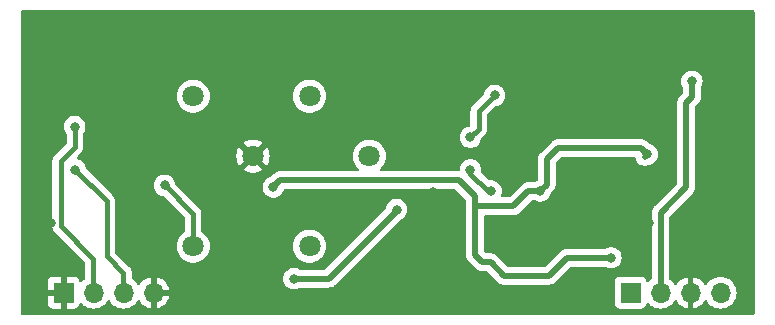
<source format=gbr>
%TF.GenerationSoftware,KiCad,Pcbnew,7.0.9*%
%TF.CreationDate,2024-10-04T13:57:53+02:00*%
%TF.ProjectId,espnow-sonda,6573706e-6f77-42d7-936f-6e64612e6b69,rev?*%
%TF.SameCoordinates,Original*%
%TF.FileFunction,Copper,L2,Bot*%
%TF.FilePolarity,Positive*%
%FSLAX46Y46*%
G04 Gerber Fmt 4.6, Leading zero omitted, Abs format (unit mm)*
G04 Created by KiCad (PCBNEW 7.0.9) date 2024-10-04 13:57:53*
%MOMM*%
%LPD*%
G01*
G04 APERTURE LIST*
%TA.AperFunction,ComponentPad*%
%ADD10R,1.700000X1.700000*%
%TD*%
%TA.AperFunction,ComponentPad*%
%ADD11O,1.700000X1.700000*%
%TD*%
%TA.AperFunction,ComponentPad*%
%ADD12C,1.800000*%
%TD*%
%TA.AperFunction,ViaPad*%
%ADD13C,0.800000*%
%TD*%
%TA.AperFunction,Conductor*%
%ADD14C,0.500000*%
%TD*%
%TA.AperFunction,Conductor*%
%ADD15C,0.400000*%
%TD*%
G04 APERTURE END LIST*
D10*
%TO.P,J2,1,Pin_1*%
%TO.N,/VCC5V*%
X98200000Y-63930000D03*
D11*
%TO.P,J2,2,Pin_2*%
%TO.N,/VEE-5V*%
X100740000Y-63930000D03*
%TO.P,J2,3,Pin_3*%
%TO.N,GND*%
X103280000Y-63930000D03*
%TO.P,J2,4,Pin_4*%
%TO.N,/VOUT*%
X105820000Y-63930000D03*
%TD*%
D10*
%TO.P,J1,1,Pin_1*%
%TO.N,GND*%
X50200000Y-63930000D03*
D11*
%TO.P,J1,2,Pin_2*%
%TO.N,/IN_P*%
X52740000Y-63930000D03*
%TO.P,J1,3,Pin_3*%
%TO.N,/IN_N*%
X55280000Y-63930000D03*
%TO.P,J1,4,Pin_4*%
%TO.N,GND*%
X57820000Y-63930000D03*
%TD*%
D12*
%TO.P,R9,1,1*%
%TO.N,Net-(R10-Pad1)*%
X61175000Y-60005000D03*
%TO.P,R9,2,2*%
%TO.N,GND*%
X66235000Y-52385000D03*
%TO.P,R9,3,3*%
%TO.N,Net-(R8-Pad1)*%
X61175000Y-47305000D03*
%TD*%
%TO.P,R2,1,1*%
%TO.N,Net-(R2-Pad1)*%
X71025000Y-60005000D03*
%TO.P,R2,2,2*%
%TO.N,Net-(R2-Pad2)*%
X76085000Y-52385000D03*
%TO.P,R2,3,3*%
%TO.N,Net-(R1-Pad2)*%
X71025000Y-47305000D03*
%TD*%
D13*
%TO.N,GND*%
X58650000Y-43130000D03*
X96275000Y-44850000D03*
X78825000Y-48375000D03*
X97200000Y-54582500D03*
X104237500Y-58580000D03*
X51150000Y-42530000D03*
X95650000Y-62430000D03*
X49100000Y-47780000D03*
X97500000Y-58050000D03*
X99875000Y-44050000D03*
X72500000Y-56730000D03*
X68700000Y-43580000D03*
X87100000Y-59630000D03*
X85550000Y-63000000D03*
X100050000Y-48650000D03*
X95650000Y-48780000D03*
X57750000Y-59650000D03*
X94400000Y-59380000D03*
X107350000Y-61330000D03*
X81500000Y-55375000D03*
X68700000Y-59530000D03*
X99750000Y-58050000D03*
X104200000Y-54500000D03*
X49100000Y-58000000D03*
X58850000Y-51730000D03*
X91520000Y-49980000D03*
X52950000Y-51730000D03*
X92550000Y-53200000D03*
X88700000Y-52500000D03*
X104400000Y-49130000D03*
X67300000Y-64280000D03*
X82650000Y-48150000D03*
X87050000Y-44030000D03*
X49050000Y-60450000D03*
X49050000Y-42650000D03*
X107250000Y-50980000D03*
X49050000Y-45300000D03*
X99600000Y-56900000D03*
X48700000Y-51980000D03*
X79250000Y-43675000D03*
X80200000Y-51930000D03*
X75500000Y-46725000D03*
X104720000Y-43555000D03*
X92750000Y-58100000D03*
X98150000Y-44950000D03*
X96550000Y-57030000D03*
X83350000Y-59430000D03*
X56600000Y-60800000D03*
%TO.N,4V8*%
X90550000Y-55330000D03*
X99600000Y-52230000D03*
X67950000Y-55000000D03*
X96550000Y-60980000D03*
%TO.N,-4V8*%
X69700000Y-62750000D03*
X78400000Y-56900000D03*
%TO.N,/VEE-5V*%
X103400000Y-46030000D03*
%TO.N,/IN_P*%
X51150000Y-49880000D03*
%TO.N,/IN_N*%
X51200000Y-53530000D03*
%TO.N,Net-(R10-Pad1)*%
X58750000Y-54855000D03*
%TO.N,Net-(U1A--)*%
X84650000Y-50780000D03*
X86700000Y-47230000D03*
%TO.N,Net-(U1B--)*%
X84650000Y-53530000D03*
X86400000Y-55330000D03*
%TD*%
D14*
%TO.N,4V8*%
X90550000Y-55330000D02*
X89550000Y-55330000D01*
X91100000Y-54780000D02*
X90550000Y-55330000D01*
X68550000Y-54400000D02*
X83650000Y-54400000D01*
X92820000Y-60980000D02*
X91300000Y-62500000D01*
X99070000Y-51700000D02*
X92050000Y-51700000D01*
X86350000Y-61350000D02*
X85650000Y-61350000D01*
X92050000Y-51700000D02*
X91100000Y-52650000D01*
X88250000Y-56630000D02*
X85100000Y-56630000D01*
X96550000Y-60980000D02*
X92820000Y-60980000D01*
X89550000Y-55330000D02*
X88250000Y-56630000D01*
X91100000Y-52650000D02*
X91100000Y-54780000D01*
X91300000Y-62500000D02*
X87500000Y-62500000D01*
X85025000Y-60725000D02*
X85025000Y-56705000D01*
X67950000Y-55000000D02*
X68550000Y-54400000D01*
X99600000Y-52230000D02*
X99390000Y-52440000D01*
X85650000Y-61350000D02*
X85025000Y-60725000D01*
X83650000Y-54400000D02*
X85025000Y-55775000D01*
X85100000Y-56630000D02*
X85025000Y-56705000D01*
X85025000Y-55775000D02*
X85025000Y-56705000D01*
X87500000Y-62500000D02*
X86350000Y-61350000D01*
X99600000Y-52230000D02*
X99070000Y-51700000D01*
%TO.N,-4V8*%
X72650000Y-62750000D02*
X69700000Y-62750000D01*
X78400000Y-56900000D02*
X78400000Y-57000000D01*
X78400000Y-57000000D02*
X72650000Y-62750000D01*
%TO.N,/VEE-5V*%
X102900000Y-55030000D02*
X100740000Y-57190000D01*
X103400000Y-46030000D02*
X103400000Y-47380000D01*
X100740000Y-57190000D02*
X100740000Y-63930000D01*
X103400000Y-47380000D02*
X102900000Y-47880000D01*
X102900000Y-53780000D02*
X102900000Y-55030000D01*
X102900000Y-47880000D02*
X102900000Y-53780000D01*
D15*
%TO.N,/IN_P*%
X52720000Y-61070000D02*
X52720000Y-63930000D01*
X49950000Y-52830000D02*
X49950000Y-58300000D01*
X51150000Y-51630000D02*
X49950000Y-52830000D01*
X49950000Y-58300000D02*
X52720000Y-61070000D01*
X51150000Y-49880000D02*
X51150000Y-51630000D01*
%TO.N,/IN_N*%
X55260000Y-62240000D02*
X55260000Y-63930000D01*
X51200000Y-53530000D02*
X51200000Y-53550000D01*
X53850000Y-56200000D02*
X53850000Y-60830000D01*
X51200000Y-53550000D02*
X53850000Y-56200000D01*
X53850000Y-60830000D02*
X55260000Y-62240000D01*
%TO.N,Net-(R10-Pad1)*%
X61175000Y-57280000D02*
X61175000Y-60005000D01*
X58750000Y-54855000D02*
X61175000Y-57280000D01*
%TO.N,Net-(U1A--)*%
X86700000Y-47230000D02*
X85350000Y-48580000D01*
X85350000Y-48580000D02*
X85350000Y-50080000D01*
X85350000Y-50080000D02*
X84650000Y-50780000D01*
%TO.N,Net-(U1B--)*%
X86400000Y-55330000D02*
X86130000Y-55330000D01*
X84650000Y-53850000D02*
X84650000Y-53530000D01*
X86130000Y-55330000D02*
X84650000Y-53850000D01*
%TD*%
%TA.AperFunction,Conductor*%
%TO.N,GND*%
G36*
X108642539Y-40040185D02*
G01*
X108688294Y-40092989D01*
X108699500Y-40144500D01*
X108699500Y-65695500D01*
X108679815Y-65762539D01*
X108627011Y-65808294D01*
X108575500Y-65819500D01*
X46704500Y-65819500D01*
X46637461Y-65799815D01*
X46591706Y-65747011D01*
X46580500Y-65695500D01*
X46580500Y-64827844D01*
X48850000Y-64827844D01*
X48856401Y-64887372D01*
X48856403Y-64887379D01*
X48906645Y-65022086D01*
X48906649Y-65022093D01*
X48992809Y-65137187D01*
X48992812Y-65137190D01*
X49107906Y-65223350D01*
X49107913Y-65223354D01*
X49242620Y-65273596D01*
X49242627Y-65273598D01*
X49302155Y-65279999D01*
X49302172Y-65280000D01*
X49950000Y-65280000D01*
X49950000Y-64365501D01*
X50057685Y-64414680D01*
X50164237Y-64430000D01*
X50235763Y-64430000D01*
X50342315Y-64414680D01*
X50450000Y-64365501D01*
X50450000Y-65280000D01*
X51097828Y-65280000D01*
X51097844Y-65279999D01*
X51157372Y-65273598D01*
X51157379Y-65273596D01*
X51292086Y-65223354D01*
X51292093Y-65223350D01*
X51407187Y-65137190D01*
X51407190Y-65137187D01*
X51493350Y-65022093D01*
X51493354Y-65022086D01*
X51542422Y-64890529D01*
X51584293Y-64834595D01*
X51649757Y-64810178D01*
X51718030Y-64825030D01*
X51746285Y-64846181D01*
X51868599Y-64968495D01*
X51965384Y-65036265D01*
X52062165Y-65104032D01*
X52062167Y-65104033D01*
X52062170Y-65104035D01*
X52276337Y-65203903D01*
X52504592Y-65265063D01*
X52681034Y-65280500D01*
X52739999Y-65285659D01*
X52740000Y-65285659D01*
X52740001Y-65285659D01*
X52798966Y-65280500D01*
X52975408Y-65265063D01*
X53203663Y-65203903D01*
X53417830Y-65104035D01*
X53611401Y-64968495D01*
X53778495Y-64801401D01*
X53908425Y-64615842D01*
X53963002Y-64572217D01*
X54032500Y-64565023D01*
X54094855Y-64596546D01*
X54111575Y-64615842D01*
X54241500Y-64801395D01*
X54241505Y-64801401D01*
X54408599Y-64968495D01*
X54505384Y-65036265D01*
X54602165Y-65104032D01*
X54602167Y-65104033D01*
X54602170Y-65104035D01*
X54816337Y-65203903D01*
X55044592Y-65265063D01*
X55221034Y-65280500D01*
X55279999Y-65285659D01*
X55280000Y-65285659D01*
X55280001Y-65285659D01*
X55338966Y-65280500D01*
X55515408Y-65265063D01*
X55743663Y-65203903D01*
X55957830Y-65104035D01*
X56151401Y-64968495D01*
X56318495Y-64801401D01*
X56448730Y-64615405D01*
X56503307Y-64571781D01*
X56572805Y-64564587D01*
X56635160Y-64596110D01*
X56651879Y-64615405D01*
X56781890Y-64801078D01*
X56948917Y-64968105D01*
X57142421Y-65103600D01*
X57356507Y-65203429D01*
X57356516Y-65203433D01*
X57570000Y-65260634D01*
X57570000Y-64365501D01*
X57677685Y-64414680D01*
X57784237Y-64430000D01*
X57855763Y-64430000D01*
X57962315Y-64414680D01*
X58070000Y-64365501D01*
X58070000Y-65260633D01*
X58283483Y-65203433D01*
X58283492Y-65203429D01*
X58497578Y-65103600D01*
X58691082Y-64968105D01*
X58831317Y-64827870D01*
X96849500Y-64827870D01*
X96849501Y-64827876D01*
X96855908Y-64887483D01*
X96906202Y-65022328D01*
X96906206Y-65022335D01*
X96992452Y-65137544D01*
X96992455Y-65137547D01*
X97107664Y-65223793D01*
X97107671Y-65223797D01*
X97242517Y-65274091D01*
X97242516Y-65274091D01*
X97249444Y-65274835D01*
X97302127Y-65280500D01*
X99097872Y-65280499D01*
X99157483Y-65274091D01*
X99292331Y-65223796D01*
X99407546Y-65137546D01*
X99493796Y-65022331D01*
X99542810Y-64890916D01*
X99584681Y-64834984D01*
X99650145Y-64810566D01*
X99718418Y-64825417D01*
X99746673Y-64846569D01*
X99868599Y-64968495D01*
X99965384Y-65036265D01*
X100062165Y-65104032D01*
X100062167Y-65104033D01*
X100062170Y-65104035D01*
X100276337Y-65203903D01*
X100504592Y-65265063D01*
X100681034Y-65280500D01*
X100739999Y-65285659D01*
X100740000Y-65285659D01*
X100740001Y-65285659D01*
X100798966Y-65280500D01*
X100975408Y-65265063D01*
X101203663Y-65203903D01*
X101417830Y-65104035D01*
X101611401Y-64968495D01*
X101778495Y-64801401D01*
X101908730Y-64615405D01*
X101963307Y-64571781D01*
X102032805Y-64564587D01*
X102095160Y-64596110D01*
X102111879Y-64615405D01*
X102241890Y-64801078D01*
X102408917Y-64968105D01*
X102602421Y-65103600D01*
X102816507Y-65203429D01*
X102816516Y-65203433D01*
X103030000Y-65260634D01*
X103030000Y-64365501D01*
X103137685Y-64414680D01*
X103244237Y-64430000D01*
X103315763Y-64430000D01*
X103422315Y-64414680D01*
X103530000Y-64365501D01*
X103530000Y-65260633D01*
X103743483Y-65203433D01*
X103743492Y-65203429D01*
X103957578Y-65103600D01*
X104151082Y-64968105D01*
X104318105Y-64801082D01*
X104448119Y-64615405D01*
X104502696Y-64571781D01*
X104572195Y-64564588D01*
X104634549Y-64596110D01*
X104651269Y-64615405D01*
X104781505Y-64801401D01*
X104948599Y-64968495D01*
X105045384Y-65036265D01*
X105142165Y-65104032D01*
X105142167Y-65104033D01*
X105142170Y-65104035D01*
X105356337Y-65203903D01*
X105584592Y-65265063D01*
X105761034Y-65280500D01*
X105819999Y-65285659D01*
X105820000Y-65285659D01*
X105820001Y-65285659D01*
X105878966Y-65280500D01*
X106055408Y-65265063D01*
X106283663Y-65203903D01*
X106497830Y-65104035D01*
X106691401Y-64968495D01*
X106858495Y-64801401D01*
X106994035Y-64607830D01*
X107093903Y-64393663D01*
X107155063Y-64165408D01*
X107175659Y-63930000D01*
X107155063Y-63694592D01*
X107093903Y-63466337D01*
X106994035Y-63252171D01*
X106994032Y-63252166D01*
X106858494Y-63058597D01*
X106691402Y-62891506D01*
X106691395Y-62891501D01*
X106497834Y-62755967D01*
X106497830Y-62755965D01*
X106468521Y-62742298D01*
X106283663Y-62656097D01*
X106283659Y-62656096D01*
X106283655Y-62656094D01*
X106055413Y-62594938D01*
X106055403Y-62594936D01*
X105820001Y-62574341D01*
X105819999Y-62574341D01*
X105584596Y-62594936D01*
X105584586Y-62594938D01*
X105356344Y-62656094D01*
X105356335Y-62656098D01*
X105142171Y-62755964D01*
X105142169Y-62755965D01*
X104948597Y-62891505D01*
X104781508Y-63058594D01*
X104651269Y-63244595D01*
X104596692Y-63288219D01*
X104527193Y-63295412D01*
X104464839Y-63263890D01*
X104448119Y-63244594D01*
X104318113Y-63058926D01*
X104318108Y-63058920D01*
X104151082Y-62891894D01*
X103957578Y-62756399D01*
X103743492Y-62656570D01*
X103743486Y-62656567D01*
X103530000Y-62599364D01*
X103530000Y-63494498D01*
X103422315Y-63445320D01*
X103315763Y-63430000D01*
X103244237Y-63430000D01*
X103137685Y-63445320D01*
X103030000Y-63494498D01*
X103030000Y-62599364D01*
X103029999Y-62599364D01*
X102816513Y-62656567D01*
X102816507Y-62656570D01*
X102602422Y-62756399D01*
X102602420Y-62756400D01*
X102408926Y-62891886D01*
X102408920Y-62891891D01*
X102241891Y-63058920D01*
X102241890Y-63058922D01*
X102111880Y-63244595D01*
X102057303Y-63288219D01*
X101987804Y-63295412D01*
X101925450Y-63263890D01*
X101908730Y-63244594D01*
X101778494Y-63058597D01*
X101611404Y-62891507D01*
X101543375Y-62843872D01*
X101499751Y-62789294D01*
X101490500Y-62742298D01*
X101490500Y-57552228D01*
X101510185Y-57485189D01*
X101526814Y-57464552D01*
X103385638Y-55605727D01*
X103399267Y-55593950D01*
X103418530Y-55579610D01*
X103418532Y-55579606D01*
X103418534Y-55579606D01*
X103436663Y-55557999D01*
X103452113Y-55539585D01*
X103455767Y-55535599D01*
X103461589Y-55529778D01*
X103463084Y-55527888D01*
X103481927Y-55504055D01*
X103531302Y-55445214D01*
X103531304Y-55445209D01*
X103535272Y-55439179D01*
X103535323Y-55439212D01*
X103539369Y-55432860D01*
X103539317Y-55432828D01*
X103543109Y-55426679D01*
X103543111Y-55426677D01*
X103575569Y-55357069D01*
X103610040Y-55288433D01*
X103610043Y-55288417D01*
X103612510Y-55281644D01*
X103612568Y-55281665D01*
X103615043Y-55274546D01*
X103614985Y-55274527D01*
X103617256Y-55267672D01*
X103626423Y-55223277D01*
X103632784Y-55192467D01*
X103650500Y-55117721D01*
X103650500Y-55117720D01*
X103651339Y-55110548D01*
X103651397Y-55110554D01*
X103652164Y-55103056D01*
X103652104Y-55103051D01*
X103652733Y-55095860D01*
X103650500Y-55019103D01*
X103650500Y-48242229D01*
X103670185Y-48175190D01*
X103686815Y-48154552D01*
X103885642Y-47955724D01*
X103899271Y-47943947D01*
X103918530Y-47929610D01*
X103940952Y-47902888D01*
X103952101Y-47889601D01*
X103955761Y-47885606D01*
X103961590Y-47879778D01*
X103981941Y-47854039D01*
X104015417Y-47814144D01*
X104031302Y-47795214D01*
X104031306Y-47795205D01*
X104035274Y-47789175D01*
X104035325Y-47789208D01*
X104039372Y-47782856D01*
X104039320Y-47782824D01*
X104043112Y-47776675D01*
X104075575Y-47707058D01*
X104110036Y-47638440D01*
X104110040Y-47638433D01*
X104110042Y-47638421D01*
X104112509Y-47631646D01*
X104112567Y-47631667D01*
X104115043Y-47624546D01*
X104114986Y-47624528D01*
X104117257Y-47617673D01*
X104132792Y-47542434D01*
X104146802Y-47483323D01*
X104150500Y-47467721D01*
X104150500Y-47467710D01*
X104151338Y-47460548D01*
X104151398Y-47460555D01*
X104152164Y-47453055D01*
X104152105Y-47453050D01*
X104152734Y-47445860D01*
X104150500Y-47369082D01*
X104150500Y-46564321D01*
X104167113Y-46502321D01*
X104199717Y-46445849D01*
X104227179Y-46398284D01*
X104285674Y-46218256D01*
X104305460Y-46030000D01*
X104285674Y-45841744D01*
X104227179Y-45661716D01*
X104132533Y-45497784D01*
X104005871Y-45357112D01*
X104005870Y-45357111D01*
X103852734Y-45245851D01*
X103852729Y-45245848D01*
X103679807Y-45168857D01*
X103679802Y-45168855D01*
X103534001Y-45137865D01*
X103494646Y-45129500D01*
X103305354Y-45129500D01*
X103272897Y-45136398D01*
X103120197Y-45168855D01*
X103120192Y-45168857D01*
X102947270Y-45245848D01*
X102947265Y-45245851D01*
X102794129Y-45357111D01*
X102667466Y-45497785D01*
X102572821Y-45661715D01*
X102572818Y-45661722D01*
X102514327Y-45841740D01*
X102514326Y-45841744D01*
X102494540Y-46030000D01*
X102514326Y-46218256D01*
X102514327Y-46218259D01*
X102572818Y-46398277D01*
X102572821Y-46398284D01*
X102632887Y-46502321D01*
X102649500Y-46564321D01*
X102649500Y-47017769D01*
X102629815Y-47084808D01*
X102613181Y-47105450D01*
X102414358Y-47304272D01*
X102400729Y-47316051D01*
X102381468Y-47330390D01*
X102347898Y-47370397D01*
X102344253Y-47374376D01*
X102338409Y-47380222D01*
X102318059Y-47405959D01*
X102268695Y-47464789D01*
X102264729Y-47470819D01*
X102264682Y-47470788D01*
X102260630Y-47477147D01*
X102260679Y-47477177D01*
X102256889Y-47483321D01*
X102224424Y-47552941D01*
X102189960Y-47621566D01*
X102187488Y-47628357D01*
X102187432Y-47628336D01*
X102184960Y-47635450D01*
X102185015Y-47635469D01*
X102182742Y-47642327D01*
X102174975Y-47679946D01*
X102167207Y-47717565D01*
X102156625Y-47762216D01*
X102149498Y-47792286D01*
X102148661Y-47799454D01*
X102148601Y-47799447D01*
X102147835Y-47806945D01*
X102147895Y-47806951D01*
X102147265Y-47814140D01*
X102149500Y-47890916D01*
X102149500Y-54667769D01*
X102129815Y-54734808D01*
X102113181Y-54755450D01*
X100254358Y-56614272D01*
X100240729Y-56626051D01*
X100221468Y-56640390D01*
X100187898Y-56680397D01*
X100184253Y-56684376D01*
X100178409Y-56690222D01*
X100158059Y-56715959D01*
X100108695Y-56774789D01*
X100104729Y-56780819D01*
X100104682Y-56780788D01*
X100100630Y-56787147D01*
X100100679Y-56787177D01*
X100096889Y-56793321D01*
X100064424Y-56862941D01*
X100029960Y-56931566D01*
X100027488Y-56938357D01*
X100027432Y-56938336D01*
X100024960Y-56945450D01*
X100025015Y-56945469D01*
X100022742Y-56952327D01*
X100014975Y-56989946D01*
X100007207Y-57027565D01*
X99997135Y-57070064D01*
X99989498Y-57102286D01*
X99988661Y-57109454D01*
X99988601Y-57109447D01*
X99987835Y-57116945D01*
X99987895Y-57116951D01*
X99987265Y-57124140D01*
X99989500Y-57200916D01*
X99989500Y-62742298D01*
X99969815Y-62809337D01*
X99936625Y-62843872D01*
X99868599Y-62891505D01*
X99746673Y-63013431D01*
X99685350Y-63046915D01*
X99615658Y-63041931D01*
X99559725Y-63000059D01*
X99542810Y-62969082D01*
X99493797Y-62837671D01*
X99493793Y-62837664D01*
X99407547Y-62722455D01*
X99407544Y-62722452D01*
X99292335Y-62636206D01*
X99292328Y-62636202D01*
X99157482Y-62585908D01*
X99157483Y-62585908D01*
X99097883Y-62579501D01*
X99097881Y-62579500D01*
X99097873Y-62579500D01*
X99097864Y-62579500D01*
X97302129Y-62579500D01*
X97302123Y-62579501D01*
X97242516Y-62585908D01*
X97107671Y-62636202D01*
X97107664Y-62636206D01*
X96992455Y-62722452D01*
X96992452Y-62722455D01*
X96906206Y-62837664D01*
X96906202Y-62837671D01*
X96855908Y-62972517D01*
X96849501Y-63032116D01*
X96849500Y-63032135D01*
X96849500Y-64827870D01*
X58831317Y-64827870D01*
X58858105Y-64801082D01*
X58993600Y-64607578D01*
X59093429Y-64393492D01*
X59093432Y-64393486D01*
X59150636Y-64180000D01*
X58253686Y-64180000D01*
X58279493Y-64139844D01*
X58320000Y-64001889D01*
X58320000Y-63858111D01*
X58279493Y-63720156D01*
X58253686Y-63680000D01*
X59150636Y-63680000D01*
X59150635Y-63679999D01*
X59093432Y-63466513D01*
X59093429Y-63466507D01*
X58993600Y-63252422D01*
X58993599Y-63252420D01*
X58858113Y-63058926D01*
X58858108Y-63058920D01*
X58691082Y-62891894D01*
X58497578Y-62756399D01*
X58483855Y-62750000D01*
X68794540Y-62750000D01*
X68814326Y-62938256D01*
X68814327Y-62938259D01*
X68872818Y-63118277D01*
X68872821Y-63118284D01*
X68967467Y-63282216D01*
X69017945Y-63338277D01*
X69094129Y-63422888D01*
X69247265Y-63534148D01*
X69247270Y-63534151D01*
X69420192Y-63611142D01*
X69420197Y-63611144D01*
X69605354Y-63650500D01*
X69605355Y-63650500D01*
X69794644Y-63650500D01*
X69794646Y-63650500D01*
X69979803Y-63611144D01*
X70152730Y-63534151D01*
X70154776Y-63532664D01*
X70166452Y-63524182D01*
X70232258Y-63500702D01*
X70239337Y-63500500D01*
X72586295Y-63500500D01*
X72604265Y-63501809D01*
X72628023Y-63505289D01*
X72680068Y-63500735D01*
X72685470Y-63500500D01*
X72693704Y-63500500D01*
X72693709Y-63500500D01*
X72705327Y-63499141D01*
X72726276Y-63496693D01*
X72739028Y-63495577D01*
X72802797Y-63489999D01*
X72802805Y-63489996D01*
X72809866Y-63488539D01*
X72809878Y-63488598D01*
X72817243Y-63486965D01*
X72817229Y-63486906D01*
X72824246Y-63485241D01*
X72824255Y-63485241D01*
X72896423Y-63458974D01*
X72969334Y-63434814D01*
X72969343Y-63434807D01*
X72975882Y-63431760D01*
X72975908Y-63431816D01*
X72982690Y-63428532D01*
X72982663Y-63428478D01*
X72989106Y-63425240D01*
X72989117Y-63425237D01*
X73053283Y-63383034D01*
X73118656Y-63342712D01*
X73118662Y-63342705D01*
X73124325Y-63338229D01*
X73124363Y-63338277D01*
X73130200Y-63333522D01*
X73130161Y-63333475D01*
X73135696Y-63328830D01*
X73188385Y-63272983D01*
X77319520Y-59141847D01*
X78700364Y-57761002D01*
X78737606Y-57735407D01*
X78852730Y-57684151D01*
X79005871Y-57572888D01*
X79132533Y-57432216D01*
X79227179Y-57268284D01*
X79285674Y-57088256D01*
X79305460Y-56900000D01*
X79285674Y-56711744D01*
X79227179Y-56531716D01*
X79132533Y-56367784D01*
X79005871Y-56227112D01*
X78997690Y-56221168D01*
X78852734Y-56115851D01*
X78852729Y-56115848D01*
X78679807Y-56038857D01*
X78679802Y-56038855D01*
X78510585Y-56002888D01*
X78494646Y-55999500D01*
X78305354Y-55999500D01*
X78289415Y-56002888D01*
X78120197Y-56038855D01*
X78120192Y-56038857D01*
X77947270Y-56115848D01*
X77947265Y-56115851D01*
X77794129Y-56227111D01*
X77667466Y-56367785D01*
X77572821Y-56531715D01*
X77572818Y-56531722D01*
X77514327Y-56711740D01*
X77514326Y-56711744D01*
X77506401Y-56787147D01*
X77505696Y-56793855D01*
X77479111Y-56858470D01*
X77470056Y-56868574D01*
X72375451Y-61963181D01*
X72314128Y-61996666D01*
X72287770Y-61999500D01*
X70239337Y-61999500D01*
X70172298Y-61979815D01*
X70166452Y-61975818D01*
X70152734Y-61965851D01*
X70152729Y-61965848D01*
X69979807Y-61888857D01*
X69979802Y-61888855D01*
X69834001Y-61857865D01*
X69794646Y-61849500D01*
X69605354Y-61849500D01*
X69572897Y-61856398D01*
X69420197Y-61888855D01*
X69420192Y-61888857D01*
X69247270Y-61965848D01*
X69247265Y-61965851D01*
X69094129Y-62077111D01*
X68967466Y-62217785D01*
X68872821Y-62381715D01*
X68872818Y-62381722D01*
X68836390Y-62493838D01*
X68814326Y-62561744D01*
X68794540Y-62750000D01*
X58483855Y-62750000D01*
X58283492Y-62656570D01*
X58283486Y-62656567D01*
X58070000Y-62599364D01*
X58070000Y-63494498D01*
X57962315Y-63445320D01*
X57855763Y-63430000D01*
X57784237Y-63430000D01*
X57677685Y-63445320D01*
X57570000Y-63494498D01*
X57570000Y-62599364D01*
X57569999Y-62599364D01*
X57356513Y-62656567D01*
X57356507Y-62656570D01*
X57142422Y-62756399D01*
X57142420Y-62756400D01*
X56948926Y-62891886D01*
X56948920Y-62891891D01*
X56781891Y-63058920D01*
X56781890Y-63058922D01*
X56651880Y-63244595D01*
X56597303Y-63288219D01*
X56527804Y-63295412D01*
X56465450Y-63263890D01*
X56448730Y-63244594D01*
X56318494Y-63058597D01*
X56151404Y-62891508D01*
X56151402Y-62891506D01*
X56151401Y-62891505D01*
X56151396Y-62891501D01*
X56151393Y-62891499D01*
X56013376Y-62794857D01*
X55969751Y-62740280D01*
X55960500Y-62693283D01*
X55960500Y-62263035D01*
X55960613Y-62259290D01*
X55964357Y-62197394D01*
X55953177Y-62136386D01*
X55952615Y-62132689D01*
X55946555Y-62082784D01*
X55945140Y-62071128D01*
X55941546Y-62061651D01*
X55935519Y-62040029D01*
X55933694Y-62030070D01*
X55933694Y-62030068D01*
X55908241Y-61973514D01*
X55906807Y-61970052D01*
X55884818Y-61912071D01*
X55884818Y-61912070D01*
X55879058Y-61903726D01*
X55868035Y-61884180D01*
X55866379Y-61880500D01*
X55863878Y-61874943D01*
X55825617Y-61826107D01*
X55823417Y-61823117D01*
X55806786Y-61799021D01*
X55788185Y-61772073D01*
X55788183Y-61772071D01*
X55741750Y-61730935D01*
X55739056Y-61728399D01*
X54586819Y-60576162D01*
X54553334Y-60514839D01*
X54550500Y-60488481D01*
X54550500Y-56223047D01*
X54550613Y-56219302D01*
X54554358Y-56157394D01*
X54543175Y-56096371D01*
X54542613Y-56092674D01*
X54536078Y-56038856D01*
X54535140Y-56031128D01*
X54531548Y-56021656D01*
X54525521Y-56000034D01*
X54523695Y-55990071D01*
X54523695Y-55990069D01*
X54498223Y-55933474D01*
X54496812Y-55930065D01*
X54474818Y-55872070D01*
X54469063Y-55863733D01*
X54458036Y-55844182D01*
X54453879Y-55834946D01*
X54453878Y-55834943D01*
X54431995Y-55807011D01*
X54415630Y-55786122D01*
X54413410Y-55783106D01*
X54394355Y-55755500D01*
X54378183Y-55732071D01*
X54331750Y-55690935D01*
X54329056Y-55688399D01*
X53495657Y-54855000D01*
X57844540Y-54855000D01*
X57864326Y-55043256D01*
X57864327Y-55043259D01*
X57922818Y-55223277D01*
X57922821Y-55223284D01*
X58017467Y-55387216D01*
X58135456Y-55518256D01*
X58144129Y-55527888D01*
X58297265Y-55639148D01*
X58297270Y-55639151D01*
X58470191Y-55716142D01*
X58470193Y-55716142D01*
X58470197Y-55716144D01*
X58625130Y-55749075D01*
X58686607Y-55782266D01*
X58687026Y-55782683D01*
X60438181Y-57533838D01*
X60471666Y-57595161D01*
X60474500Y-57621519D01*
X60474500Y-58717773D01*
X60454815Y-58784812D01*
X60409527Y-58826823D01*
X60406377Y-58828527D01*
X60406365Y-58828535D01*
X60223222Y-58971081D01*
X60223219Y-58971084D01*
X60066016Y-59141852D01*
X59939075Y-59336151D01*
X59845842Y-59548699D01*
X59788866Y-59773691D01*
X59788864Y-59773702D01*
X59769700Y-60004993D01*
X59769700Y-60005006D01*
X59788864Y-60236297D01*
X59788866Y-60236308D01*
X59845842Y-60461300D01*
X59939075Y-60673848D01*
X60066016Y-60868147D01*
X60066019Y-60868151D01*
X60066021Y-60868153D01*
X60223216Y-61038913D01*
X60223219Y-61038915D01*
X60223222Y-61038918D01*
X60406365Y-61181464D01*
X60406371Y-61181468D01*
X60406374Y-61181470D01*
X60610497Y-61291936D01*
X60724487Y-61331068D01*
X60830015Y-61367297D01*
X60830017Y-61367297D01*
X60830019Y-61367298D01*
X61058951Y-61405500D01*
X61058952Y-61405500D01*
X61291048Y-61405500D01*
X61291049Y-61405500D01*
X61519981Y-61367298D01*
X61739503Y-61291936D01*
X61943626Y-61181470D01*
X61960604Y-61168256D01*
X62011961Y-61128283D01*
X62126784Y-61038913D01*
X62283979Y-60868153D01*
X62286457Y-60864361D01*
X62307945Y-60831470D01*
X62410924Y-60673849D01*
X62504157Y-60461300D01*
X62561134Y-60236305D01*
X62561135Y-60236297D01*
X62580300Y-60005006D01*
X69619700Y-60005006D01*
X69638864Y-60236297D01*
X69638866Y-60236308D01*
X69695842Y-60461300D01*
X69789075Y-60673848D01*
X69916016Y-60868147D01*
X69916019Y-60868151D01*
X69916021Y-60868153D01*
X70073216Y-61038913D01*
X70073219Y-61038915D01*
X70073222Y-61038918D01*
X70256365Y-61181464D01*
X70256371Y-61181468D01*
X70256374Y-61181470D01*
X70460497Y-61291936D01*
X70574487Y-61331068D01*
X70680015Y-61367297D01*
X70680017Y-61367297D01*
X70680019Y-61367298D01*
X70908951Y-61405500D01*
X70908952Y-61405500D01*
X71141048Y-61405500D01*
X71141049Y-61405500D01*
X71369981Y-61367298D01*
X71589503Y-61291936D01*
X71793626Y-61181470D01*
X71810604Y-61168256D01*
X71861961Y-61128283D01*
X71976784Y-61038913D01*
X72133979Y-60868153D01*
X72136457Y-60864361D01*
X72157945Y-60831470D01*
X72260924Y-60673849D01*
X72354157Y-60461300D01*
X72411134Y-60236305D01*
X72411135Y-60236297D01*
X72430300Y-60005006D01*
X72430300Y-60004993D01*
X72411135Y-59773702D01*
X72411133Y-59773691D01*
X72354157Y-59548699D01*
X72260924Y-59336151D01*
X72133983Y-59141852D01*
X72133980Y-59141849D01*
X72133979Y-59141847D01*
X71976784Y-58971087D01*
X71976779Y-58971083D01*
X71976777Y-58971081D01*
X71793634Y-58828535D01*
X71793628Y-58828531D01*
X71589504Y-58718064D01*
X71589495Y-58718061D01*
X71369984Y-58642702D01*
X71198282Y-58614050D01*
X71141049Y-58604500D01*
X70908951Y-58604500D01*
X70863164Y-58612140D01*
X70680015Y-58642702D01*
X70460504Y-58718061D01*
X70460495Y-58718064D01*
X70256371Y-58828531D01*
X70256365Y-58828535D01*
X70073222Y-58971081D01*
X70073219Y-58971084D01*
X69916016Y-59141852D01*
X69789075Y-59336151D01*
X69695842Y-59548699D01*
X69638866Y-59773691D01*
X69638864Y-59773702D01*
X69619700Y-60004993D01*
X69619700Y-60005006D01*
X62580300Y-60005006D01*
X62580300Y-60004993D01*
X62561135Y-59773702D01*
X62561133Y-59773691D01*
X62504157Y-59548699D01*
X62410924Y-59336151D01*
X62283983Y-59141852D01*
X62283980Y-59141849D01*
X62283979Y-59141847D01*
X62126784Y-58971087D01*
X62126779Y-58971083D01*
X62126777Y-58971081D01*
X61943634Y-58828535D01*
X61943622Y-58828527D01*
X61940473Y-58826823D01*
X61939433Y-58825790D01*
X61939334Y-58825726D01*
X61939347Y-58825705D01*
X61890887Y-58777599D01*
X61875500Y-58717773D01*
X61875500Y-57303047D01*
X61875613Y-57299302D01*
X61879358Y-57237394D01*
X61868175Y-57176371D01*
X61867613Y-57172674D01*
X61861720Y-57124144D01*
X61860140Y-57111128D01*
X61856548Y-57101656D01*
X61850521Y-57080034D01*
X61848695Y-57070071D01*
X61848695Y-57070069D01*
X61823223Y-57013474D01*
X61821812Y-57010065D01*
X61799818Y-56952070D01*
X61794063Y-56943733D01*
X61783036Y-56924182D01*
X61778879Y-56914946D01*
X61778878Y-56914943D01*
X61761287Y-56892490D01*
X61740630Y-56866122D01*
X61738410Y-56863106D01*
X61703182Y-56812070D01*
X61682621Y-56793855D01*
X61656750Y-56770935D01*
X61654056Y-56768399D01*
X59885657Y-55000000D01*
X67044540Y-55000000D01*
X67064326Y-55188256D01*
X67064327Y-55188259D01*
X67122818Y-55368277D01*
X67122821Y-55368284D01*
X67217467Y-55532216D01*
X67260141Y-55579610D01*
X67344129Y-55672888D01*
X67497265Y-55784148D01*
X67497270Y-55784151D01*
X67670192Y-55861142D01*
X67670197Y-55861144D01*
X67855354Y-55900500D01*
X67855355Y-55900500D01*
X68044644Y-55900500D01*
X68044646Y-55900500D01*
X68229803Y-55861144D01*
X68402730Y-55784151D01*
X68555871Y-55672888D01*
X68682533Y-55532216D01*
X68777179Y-55368284D01*
X68820102Y-55236182D01*
X68859540Y-55178506D01*
X68923898Y-55151308D01*
X68938033Y-55150500D01*
X83287770Y-55150500D01*
X83354809Y-55170185D01*
X83375451Y-55186819D01*
X84238181Y-56049548D01*
X84271666Y-56110871D01*
X84274500Y-56137229D01*
X84274500Y-56615655D01*
X84272835Y-56631945D01*
X84272895Y-56631951D01*
X84272265Y-56639140D01*
X84274500Y-56715916D01*
X84274500Y-60661294D01*
X84273191Y-60679263D01*
X84269710Y-60703025D01*
X84274264Y-60755064D01*
X84274500Y-60760470D01*
X84274500Y-60768709D01*
X84278306Y-60801274D01*
X84285000Y-60877791D01*
X84286461Y-60884867D01*
X84286403Y-60884878D01*
X84288034Y-60892237D01*
X84288092Y-60892224D01*
X84289757Y-60899250D01*
X84316025Y-60971424D01*
X84340185Y-61044331D01*
X84343236Y-61050874D01*
X84343182Y-61050898D01*
X84346470Y-61057688D01*
X84346521Y-61057663D01*
X84349761Y-61064113D01*
X84349762Y-61064114D01*
X84349763Y-61064117D01*
X84391965Y-61128283D01*
X84432287Y-61193655D01*
X84436766Y-61199319D01*
X84436719Y-61199356D01*
X84441482Y-61205202D01*
X84441528Y-61205164D01*
X84446173Y-61210700D01*
X84502019Y-61263387D01*
X85074268Y-61835635D01*
X85086049Y-61849267D01*
X85100390Y-61868530D01*
X85140420Y-61902119D01*
X85144392Y-61905759D01*
X85150223Y-61911590D01*
X85175939Y-61931923D01*
X85233013Y-61979815D01*
X85234786Y-61981302D01*
X85234788Y-61981303D01*
X85240823Y-61985272D01*
X85240789Y-61985322D01*
X85247144Y-61989370D01*
X85247177Y-61989318D01*
X85253319Y-61993107D01*
X85253323Y-61993110D01*
X85322914Y-62025561D01*
X85391558Y-62060036D01*
X85391561Y-62060037D01*
X85391567Y-62060040D01*
X85391572Y-62060041D01*
X85398355Y-62062510D01*
X85398334Y-62062567D01*
X85405451Y-62065040D01*
X85405470Y-62064984D01*
X85412330Y-62067257D01*
X85460061Y-62077112D01*
X85487532Y-62082784D01*
X85562279Y-62100500D01*
X85562288Y-62100500D01*
X85569452Y-62101338D01*
X85569445Y-62101397D01*
X85576946Y-62102163D01*
X85576952Y-62102104D01*
X85584140Y-62102733D01*
X85584143Y-62102732D01*
X85584144Y-62102733D01*
X85660898Y-62100500D01*
X85987770Y-62100500D01*
X86054809Y-62120185D01*
X86075451Y-62136819D01*
X86924267Y-62985634D01*
X86936048Y-62999266D01*
X86941356Y-63006396D01*
X86950390Y-63018530D01*
X86990420Y-63052119D01*
X86994392Y-63055759D01*
X86997553Y-63058920D01*
X87000224Y-63061591D01*
X87000227Y-63061594D01*
X87025947Y-63081931D01*
X87084788Y-63131304D01*
X87090818Y-63135270D01*
X87090785Y-63135319D01*
X87097143Y-63139369D01*
X87097175Y-63139319D01*
X87103320Y-63143109D01*
X87103323Y-63143111D01*
X87172936Y-63175572D01*
X87241567Y-63210040D01*
X87241572Y-63210041D01*
X87248361Y-63212513D01*
X87248340Y-63212570D01*
X87255455Y-63215043D01*
X87255475Y-63214986D01*
X87262330Y-63217258D01*
X87337558Y-63232790D01*
X87412279Y-63250500D01*
X87412289Y-63250500D01*
X87419452Y-63251338D01*
X87419444Y-63251397D01*
X87426945Y-63252164D01*
X87426951Y-63252105D01*
X87434140Y-63252734D01*
X87434144Y-63252733D01*
X87434145Y-63252734D01*
X87510918Y-63250500D01*
X91236295Y-63250500D01*
X91254265Y-63251809D01*
X91278023Y-63255289D01*
X91330068Y-63250735D01*
X91335470Y-63250500D01*
X91343704Y-63250500D01*
X91343709Y-63250500D01*
X91355327Y-63249141D01*
X91376276Y-63246693D01*
X91389028Y-63245577D01*
X91452797Y-63239999D01*
X91452805Y-63239996D01*
X91459866Y-63238539D01*
X91459878Y-63238598D01*
X91467243Y-63236965D01*
X91467229Y-63236906D01*
X91474246Y-63235241D01*
X91474255Y-63235241D01*
X91546423Y-63208974D01*
X91619334Y-63184814D01*
X91619343Y-63184807D01*
X91625882Y-63181760D01*
X91625908Y-63181816D01*
X91632690Y-63178532D01*
X91632663Y-63178478D01*
X91639106Y-63175240D01*
X91639117Y-63175237D01*
X91703283Y-63133034D01*
X91768656Y-63092712D01*
X91768662Y-63092705D01*
X91774325Y-63088229D01*
X91774362Y-63088277D01*
X91780204Y-63083518D01*
X91780164Y-63083471D01*
X91785691Y-63078832D01*
X91785696Y-63078830D01*
X91804788Y-63058594D01*
X91838386Y-63022981D01*
X93094548Y-61766819D01*
X93155871Y-61733334D01*
X93182229Y-61730500D01*
X96010663Y-61730500D01*
X96077702Y-61750185D01*
X96083548Y-61754182D01*
X96097265Y-61764148D01*
X96097270Y-61764151D01*
X96270192Y-61841142D01*
X96270197Y-61841144D01*
X96455354Y-61880500D01*
X96455355Y-61880500D01*
X96644644Y-61880500D01*
X96644646Y-61880500D01*
X96829803Y-61841144D01*
X97002730Y-61764151D01*
X97155871Y-61652888D01*
X97282533Y-61512216D01*
X97377179Y-61348284D01*
X97435674Y-61168256D01*
X97455460Y-60980000D01*
X97435674Y-60791744D01*
X97377179Y-60611716D01*
X97282533Y-60447784D01*
X97155871Y-60307112D01*
X97155870Y-60307111D01*
X97002734Y-60195851D01*
X97002729Y-60195848D01*
X96829807Y-60118857D01*
X96829802Y-60118855D01*
X96684001Y-60087865D01*
X96644646Y-60079500D01*
X96455354Y-60079500D01*
X96422897Y-60086398D01*
X96270197Y-60118855D01*
X96270192Y-60118857D01*
X96097270Y-60195848D01*
X96097265Y-60195851D01*
X96083548Y-60205818D01*
X96017742Y-60229298D01*
X96010663Y-60229500D01*
X92883705Y-60229500D01*
X92865735Y-60228191D01*
X92841972Y-60224710D01*
X92796533Y-60228686D01*
X92789931Y-60229264D01*
X92784530Y-60229500D01*
X92776289Y-60229500D01*
X92754579Y-60232037D01*
X92743724Y-60233306D01*
X92728419Y-60234645D01*
X92667199Y-60240001D01*
X92660132Y-60241460D01*
X92660120Y-60241404D01*
X92652763Y-60243035D01*
X92652777Y-60243092D01*
X92645743Y-60244759D01*
X92573575Y-60271025D01*
X92500675Y-60295181D01*
X92494126Y-60298236D01*
X92494101Y-60298183D01*
X92487308Y-60301471D01*
X92487334Y-60301523D01*
X92480880Y-60304764D01*
X92416708Y-60346971D01*
X92351347Y-60387285D01*
X92345683Y-60391765D01*
X92345647Y-60391719D01*
X92339798Y-60396484D01*
X92339835Y-60396528D01*
X92334310Y-60401164D01*
X92281598Y-60457034D01*
X91025451Y-61713181D01*
X90964128Y-61746666D01*
X90937770Y-61749500D01*
X87862229Y-61749500D01*
X87795190Y-61729815D01*
X87774548Y-61713181D01*
X87353305Y-61291938D01*
X86925729Y-60864361D01*
X86913949Y-60850730D01*
X86906482Y-60840701D01*
X86899612Y-60831472D01*
X86863625Y-60801275D01*
X86859587Y-60797886D01*
X86855612Y-60794244D01*
X86852690Y-60791322D01*
X86849780Y-60788411D01*
X86824040Y-60768059D01*
X86765209Y-60718694D01*
X86759180Y-60714729D01*
X86759212Y-60714680D01*
X86752853Y-60710628D01*
X86752822Y-60710679D01*
X86746680Y-60706891D01*
X86746678Y-60706890D01*
X86746677Y-60706889D01*
X86707474Y-60688608D01*
X86677058Y-60674424D01*
X86642894Y-60657267D01*
X86608433Y-60639960D01*
X86608431Y-60639959D01*
X86608430Y-60639959D01*
X86601645Y-60637489D01*
X86601665Y-60637433D01*
X86594549Y-60634959D01*
X86594531Y-60635015D01*
X86587671Y-60632742D01*
X86559841Y-60626996D01*
X86512434Y-60617207D01*
X86463472Y-60605603D01*
X86437719Y-60599499D01*
X86430547Y-60598661D01*
X86430553Y-60598601D01*
X86423055Y-60597835D01*
X86423050Y-60597895D01*
X86415860Y-60597265D01*
X86339083Y-60599500D01*
X86012229Y-60599500D01*
X85945190Y-60579815D01*
X85924553Y-60563185D01*
X85811817Y-60450449D01*
X85778334Y-60389128D01*
X85775500Y-60362770D01*
X85775500Y-57504500D01*
X85795185Y-57437461D01*
X85847989Y-57391706D01*
X85899500Y-57380500D01*
X88186295Y-57380500D01*
X88204265Y-57381809D01*
X88228023Y-57385289D01*
X88280068Y-57380735D01*
X88285470Y-57380500D01*
X88293704Y-57380500D01*
X88293709Y-57380500D01*
X88305327Y-57379141D01*
X88326276Y-57376693D01*
X88339028Y-57375577D01*
X88402797Y-57369999D01*
X88402805Y-57369996D01*
X88409866Y-57368539D01*
X88409878Y-57368598D01*
X88417243Y-57366965D01*
X88417229Y-57366906D01*
X88424246Y-57365241D01*
X88424255Y-57365241D01*
X88496423Y-57338974D01*
X88569334Y-57314814D01*
X88569343Y-57314807D01*
X88575882Y-57311760D01*
X88575908Y-57311816D01*
X88582690Y-57308532D01*
X88582663Y-57308478D01*
X88589106Y-57305240D01*
X88589117Y-57305237D01*
X88653283Y-57263034D01*
X88718656Y-57222712D01*
X88718662Y-57222705D01*
X88724325Y-57218229D01*
X88724362Y-57218277D01*
X88730204Y-57213518D01*
X88730164Y-57213471D01*
X88735691Y-57208832D01*
X88735696Y-57208830D01*
X88743163Y-57200916D01*
X88788386Y-57152981D01*
X89824548Y-56116819D01*
X89885871Y-56083334D01*
X89912229Y-56080500D01*
X90010663Y-56080500D01*
X90077702Y-56100185D01*
X90083548Y-56104182D01*
X90097265Y-56114148D01*
X90097270Y-56114151D01*
X90270192Y-56191142D01*
X90270197Y-56191144D01*
X90455354Y-56230500D01*
X90455355Y-56230500D01*
X90644644Y-56230500D01*
X90644646Y-56230500D01*
X90829803Y-56191144D01*
X91002730Y-56114151D01*
X91155871Y-56002888D01*
X91282533Y-55862216D01*
X91377179Y-55698284D01*
X91432522Y-55527955D01*
X91462770Y-55478595D01*
X91585641Y-55355724D01*
X91599260Y-55343954D01*
X91618530Y-55329610D01*
X91652123Y-55289574D01*
X91655757Y-55285608D01*
X91661590Y-55279777D01*
X91681923Y-55254060D01*
X91731302Y-55195214D01*
X91731309Y-55195198D01*
X91735272Y-55189176D01*
X91735324Y-55189210D01*
X91739371Y-55182858D01*
X91739317Y-55182825D01*
X91743104Y-55176684D01*
X91743110Y-55176677D01*
X91759401Y-55141740D01*
X91775561Y-55107086D01*
X91807616Y-55043259D01*
X91810040Y-55038433D01*
X91810042Y-55038421D01*
X91812510Y-55031644D01*
X91812568Y-55031665D01*
X91815043Y-55024546D01*
X91814985Y-55024527D01*
X91817256Y-55017672D01*
X91832784Y-54942467D01*
X91850500Y-54867720D01*
X91851339Y-54860548D01*
X91851397Y-54860554D01*
X91852164Y-54853056D01*
X91852104Y-54853051D01*
X91852733Y-54845860D01*
X91851603Y-54807034D01*
X91850500Y-54769102D01*
X91850500Y-53012230D01*
X91870185Y-52945191D01*
X91886819Y-52924549D01*
X92324549Y-52486819D01*
X92385872Y-52453334D01*
X92412230Y-52450500D01*
X98520706Y-52450500D01*
X98587745Y-52470185D01*
X98633500Y-52522989D01*
X98639355Y-52542843D01*
X98640500Y-52542537D01*
X98687776Y-52718975D01*
X98724665Y-52787390D01*
X98771041Y-52873400D01*
X98887674Y-53004459D01*
X99031388Y-53105088D01*
X99031393Y-53105090D01*
X99031395Y-53105091D01*
X99194429Y-53169861D01*
X99194431Y-53169861D01*
X99194433Y-53169862D01*
X99368023Y-53195289D01*
X99542797Y-53179999D01*
X99684504Y-53133041D01*
X99691117Y-53131249D01*
X99694641Y-53130500D01*
X99694646Y-53130500D01*
X99879803Y-53091144D01*
X100052730Y-53014151D01*
X100205871Y-52902888D01*
X100332533Y-52762216D01*
X100427179Y-52598284D01*
X100485674Y-52418256D01*
X100505460Y-52230000D01*
X100485674Y-52041744D01*
X100427179Y-51861716D01*
X100332533Y-51697784D01*
X100205871Y-51557112D01*
X100157333Y-51521847D01*
X100052734Y-51445851D01*
X100052729Y-51445848D01*
X99879807Y-51368857D01*
X99879803Y-51368856D01*
X99814669Y-51355011D01*
X99753188Y-51321818D01*
X99752770Y-51321402D01*
X99645729Y-51214361D01*
X99633949Y-51200730D01*
X99626482Y-51190701D01*
X99619612Y-51181472D01*
X99614323Y-51177034D01*
X99579587Y-51147886D01*
X99575612Y-51144244D01*
X99572690Y-51141322D01*
X99569780Y-51138411D01*
X99544040Y-51118059D01*
X99485209Y-51068694D01*
X99479180Y-51064729D01*
X99479212Y-51064680D01*
X99472853Y-51060628D01*
X99472822Y-51060679D01*
X99466680Y-51056891D01*
X99466678Y-51056890D01*
X99466677Y-51056889D01*
X99427474Y-51038608D01*
X99397058Y-51024424D01*
X99362894Y-51007267D01*
X99328433Y-50989960D01*
X99328431Y-50989959D01*
X99328430Y-50989959D01*
X99321645Y-50987489D01*
X99321665Y-50987433D01*
X99314549Y-50984959D01*
X99314531Y-50985015D01*
X99307671Y-50982742D01*
X99279841Y-50976996D01*
X99232434Y-50967207D01*
X99183472Y-50955603D01*
X99157719Y-50949499D01*
X99150547Y-50948661D01*
X99150553Y-50948601D01*
X99143055Y-50947835D01*
X99143050Y-50947895D01*
X99135860Y-50947265D01*
X99059083Y-50949500D01*
X92113705Y-50949500D01*
X92095735Y-50948191D01*
X92071972Y-50944710D01*
X92027512Y-50948601D01*
X92019931Y-50949264D01*
X92014530Y-50949500D01*
X92006289Y-50949500D01*
X91984579Y-50952037D01*
X91973724Y-50953306D01*
X91958419Y-50954645D01*
X91897199Y-50960001D01*
X91890132Y-50961460D01*
X91890120Y-50961404D01*
X91882763Y-50963035D01*
X91882777Y-50963092D01*
X91875743Y-50964759D01*
X91803575Y-50991025D01*
X91730675Y-51015181D01*
X91724126Y-51018236D01*
X91724101Y-51018183D01*
X91717308Y-51021471D01*
X91717334Y-51021523D01*
X91710880Y-51024764D01*
X91646708Y-51066971D01*
X91581347Y-51107285D01*
X91575683Y-51111765D01*
X91575647Y-51111719D01*
X91569798Y-51116484D01*
X91569835Y-51116528D01*
X91564310Y-51121164D01*
X91564304Y-51121169D01*
X91564304Y-51121170D01*
X91538723Y-51148284D01*
X91511598Y-51177034D01*
X90614358Y-52074272D01*
X90600729Y-52086051D01*
X90581468Y-52100390D01*
X90547898Y-52140397D01*
X90544253Y-52144376D01*
X90538409Y-52150222D01*
X90518059Y-52175959D01*
X90468695Y-52234789D01*
X90464729Y-52240819D01*
X90464682Y-52240788D01*
X90460630Y-52247147D01*
X90460679Y-52247177D01*
X90456889Y-52253321D01*
X90424424Y-52322941D01*
X90389960Y-52391566D01*
X90387488Y-52398357D01*
X90387432Y-52398336D01*
X90384960Y-52405450D01*
X90385015Y-52405469D01*
X90382742Y-52412327D01*
X90374975Y-52449946D01*
X90367207Y-52487565D01*
X90363768Y-52502077D01*
X90349498Y-52562286D01*
X90348661Y-52569454D01*
X90348601Y-52569447D01*
X90347835Y-52576945D01*
X90347895Y-52576951D01*
X90347265Y-52584140D01*
X90349500Y-52660916D01*
X90349500Y-54353021D01*
X90329815Y-54420060D01*
X90277011Y-54465815D01*
X90275936Y-54466300D01*
X90097270Y-54545848D01*
X90097265Y-54545851D01*
X90083548Y-54555818D01*
X90017742Y-54579298D01*
X90010663Y-54579500D01*
X89613705Y-54579500D01*
X89595735Y-54578191D01*
X89571972Y-54574710D01*
X89526533Y-54578686D01*
X89519931Y-54579264D01*
X89514530Y-54579500D01*
X89506289Y-54579500D01*
X89484579Y-54582037D01*
X89473724Y-54583306D01*
X89458419Y-54584645D01*
X89397199Y-54590001D01*
X89390132Y-54591460D01*
X89390120Y-54591404D01*
X89382763Y-54593035D01*
X89382777Y-54593092D01*
X89375743Y-54594759D01*
X89303575Y-54621025D01*
X89230675Y-54645181D01*
X89224126Y-54648236D01*
X89224101Y-54648183D01*
X89217308Y-54651471D01*
X89217334Y-54651523D01*
X89210880Y-54654764D01*
X89146708Y-54696971D01*
X89081347Y-54737285D01*
X89075683Y-54741765D01*
X89075647Y-54741719D01*
X89069798Y-54746484D01*
X89069835Y-54746528D01*
X89064310Y-54751164D01*
X89011598Y-54807034D01*
X87975451Y-55843181D01*
X87914128Y-55876666D01*
X87887770Y-55879500D01*
X87337328Y-55879500D01*
X87270289Y-55859815D01*
X87224534Y-55807011D01*
X87214590Y-55737853D01*
X87226002Y-55704865D01*
X87224538Y-55704214D01*
X87227174Y-55698292D01*
X87227179Y-55698284D01*
X87285674Y-55518256D01*
X87305460Y-55330000D01*
X87285674Y-55141744D01*
X87227179Y-54961716D01*
X87132533Y-54797784D01*
X87005871Y-54657112D01*
X87005870Y-54657111D01*
X86852734Y-54545851D01*
X86852729Y-54545848D01*
X86679807Y-54468857D01*
X86679802Y-54468855D01*
X86534001Y-54437865D01*
X86494646Y-54429500D01*
X86305354Y-54429500D01*
X86305351Y-54429500D01*
X86300942Y-54430437D01*
X86231275Y-54425119D01*
X86187484Y-54396827D01*
X85574950Y-53784293D01*
X85541465Y-53722970D01*
X85539310Y-53683657D01*
X85555460Y-53530000D01*
X85535674Y-53341744D01*
X85479826Y-53169862D01*
X85477181Y-53161722D01*
X85477180Y-53161721D01*
X85477179Y-53161716D01*
X85382533Y-52997784D01*
X85255871Y-52857112D01*
X85247690Y-52851168D01*
X85102734Y-52745851D01*
X85102729Y-52745848D01*
X84929807Y-52668857D01*
X84929802Y-52668855D01*
X84784001Y-52637865D01*
X84744646Y-52629500D01*
X84555354Y-52629500D01*
X84522897Y-52636398D01*
X84370197Y-52668855D01*
X84370192Y-52668857D01*
X84197270Y-52745848D01*
X84197265Y-52745851D01*
X84044129Y-52857111D01*
X83917466Y-52997785D01*
X83822821Y-53161715D01*
X83822818Y-53161722D01*
X83764327Y-53341740D01*
X83764326Y-53341744D01*
X83748934Y-53488195D01*
X83743861Y-53536463D01*
X83741396Y-53536204D01*
X83724855Y-53592539D01*
X83672051Y-53638294D01*
X83620540Y-53649500D01*
X77101725Y-53649500D01*
X77034686Y-53629815D01*
X76988931Y-53577011D01*
X76978987Y-53507853D01*
X77008012Y-53444297D01*
X77025564Y-53427646D01*
X77027268Y-53426318D01*
X77036784Y-53418913D01*
X77193979Y-53248153D01*
X77320924Y-53053849D01*
X77414157Y-52841300D01*
X77471134Y-52616305D01*
X77471135Y-52616297D01*
X77490300Y-52385006D01*
X77490300Y-52384993D01*
X77471135Y-52153702D01*
X77471133Y-52153691D01*
X77414157Y-51928699D01*
X77320924Y-51716151D01*
X77193983Y-51521852D01*
X77193980Y-51521849D01*
X77193979Y-51521847D01*
X77036784Y-51351087D01*
X77036779Y-51351083D01*
X77036777Y-51351081D01*
X76853634Y-51208535D01*
X76853628Y-51208531D01*
X76649504Y-51098064D01*
X76649495Y-51098061D01*
X76429984Y-51022702D01*
X76233763Y-50989959D01*
X76201049Y-50984500D01*
X75968951Y-50984500D01*
X75936237Y-50989959D01*
X75740015Y-51022702D01*
X75520504Y-51098061D01*
X75520495Y-51098064D01*
X75316371Y-51208531D01*
X75316365Y-51208535D01*
X75133222Y-51351081D01*
X75133219Y-51351084D01*
X74976016Y-51521852D01*
X74849075Y-51716151D01*
X74755842Y-51928699D01*
X74698866Y-52153691D01*
X74698864Y-52153702D01*
X74679700Y-52384993D01*
X74679700Y-52385006D01*
X74698864Y-52616297D01*
X74698866Y-52616308D01*
X74755842Y-52841300D01*
X74849075Y-53053848D01*
X74976016Y-53248147D01*
X74976019Y-53248151D01*
X74976021Y-53248153D01*
X75133216Y-53418913D01*
X75133219Y-53418915D01*
X75133220Y-53418916D01*
X75144436Y-53427646D01*
X75185250Y-53484355D01*
X75188925Y-53554128D01*
X75154295Y-53614812D01*
X75092354Y-53647140D01*
X75068275Y-53649500D01*
X68613705Y-53649500D01*
X68595735Y-53648191D01*
X68571972Y-53644710D01*
X68526890Y-53648655D01*
X68519933Y-53649264D01*
X68514532Y-53649500D01*
X68506287Y-53649500D01*
X68480222Y-53652546D01*
X68473705Y-53653308D01*
X68468403Y-53653771D01*
X68397201Y-53660001D01*
X68390134Y-53661461D01*
X68390122Y-53661404D01*
X68382753Y-53663038D01*
X68382767Y-53663095D01*
X68375739Y-53664760D01*
X68323840Y-53683650D01*
X68303563Y-53691030D01*
X68230666Y-53715186D01*
X68230664Y-53715186D01*
X68230661Y-53715188D01*
X68224122Y-53718237D01*
X68224097Y-53718185D01*
X68217308Y-53721471D01*
X68217334Y-53721522D01*
X68210884Y-53724761D01*
X68146716Y-53766964D01*
X68081347Y-53807285D01*
X68075677Y-53811769D01*
X68075641Y-53811723D01*
X68069798Y-53816484D01*
X68069835Y-53816528D01*
X68064310Y-53821164D01*
X68011614Y-53877017D01*
X67797228Y-54091402D01*
X67735905Y-54124887D01*
X67735329Y-54125011D01*
X67670196Y-54138856D01*
X67670192Y-54138857D01*
X67497270Y-54215848D01*
X67497265Y-54215851D01*
X67344129Y-54327111D01*
X67217466Y-54467785D01*
X67122821Y-54631715D01*
X67122818Y-54631722D01*
X67065856Y-54807034D01*
X67064326Y-54811744D01*
X67044540Y-55000000D01*
X59885657Y-55000000D01*
X59676503Y-54790846D01*
X59643018Y-54729523D01*
X59640865Y-54716143D01*
X59635674Y-54666744D01*
X59632544Y-54657112D01*
X59577181Y-54486722D01*
X59577180Y-54486721D01*
X59577179Y-54486716D01*
X59482533Y-54322784D01*
X59355871Y-54182112D01*
X59355870Y-54182111D01*
X59202734Y-54070851D01*
X59202729Y-54070848D01*
X59029807Y-53993857D01*
X59029802Y-53993855D01*
X58884001Y-53962865D01*
X58844646Y-53954500D01*
X58655354Y-53954500D01*
X58622897Y-53961398D01*
X58470197Y-53993855D01*
X58470192Y-53993857D01*
X58297270Y-54070848D01*
X58297265Y-54070851D01*
X58144129Y-54182111D01*
X58017466Y-54322785D01*
X57922821Y-54486715D01*
X57922818Y-54486722D01*
X57864327Y-54666740D01*
X57864326Y-54666744D01*
X57844540Y-54855000D01*
X53495657Y-54855000D01*
X52128852Y-53488195D01*
X52095367Y-53426872D01*
X52093212Y-53413473D01*
X52085674Y-53341748D01*
X52085674Y-53341745D01*
X52085672Y-53341740D01*
X52038088Y-53195289D01*
X52027181Y-53161721D01*
X52027178Y-53161715D01*
X51932533Y-52997784D01*
X51805871Y-52857112D01*
X51797690Y-52851168D01*
X51652734Y-52745851D01*
X51652729Y-52745848D01*
X51479807Y-52668857D01*
X51479802Y-52668855D01*
X51391451Y-52650076D01*
X51329969Y-52616884D01*
X51296193Y-52555721D01*
X51300845Y-52486006D01*
X51329549Y-52441106D01*
X51385650Y-52385005D01*
X64830202Y-52385005D01*
X64849361Y-52616218D01*
X64906317Y-52841135D01*
X64999516Y-53053609D01*
X65083811Y-53182633D01*
X65751922Y-52514523D01*
X65775507Y-52594844D01*
X65853239Y-52715798D01*
X65961900Y-52809952D01*
X66092685Y-52869680D01*
X66102466Y-52871086D01*
X65436199Y-53537351D01*
X65466650Y-53561050D01*
X65670697Y-53671476D01*
X65670706Y-53671479D01*
X65890139Y-53746811D01*
X66118993Y-53785000D01*
X66351007Y-53785000D01*
X66579860Y-53746811D01*
X66799293Y-53671479D01*
X66799302Y-53671476D01*
X67003350Y-53561050D01*
X67033798Y-53537351D01*
X66367533Y-52871086D01*
X66377315Y-52869680D01*
X66508100Y-52809952D01*
X66616761Y-52715798D01*
X66694493Y-52594844D01*
X66718076Y-52514524D01*
X67386186Y-53182634D01*
X67470484Y-53053606D01*
X67563682Y-52841135D01*
X67620638Y-52616218D01*
X67639798Y-52385005D01*
X67639798Y-52384994D01*
X67620638Y-52153781D01*
X67563682Y-51928864D01*
X67470483Y-51716390D01*
X67386186Y-51587364D01*
X66718076Y-52255475D01*
X66694493Y-52175156D01*
X66616761Y-52054202D01*
X66508100Y-51960048D01*
X66377315Y-51900320D01*
X66367534Y-51898913D01*
X67033799Y-51232648D01*
X67033799Y-51232647D01*
X67003349Y-51208949D01*
X66799302Y-51098523D01*
X66799293Y-51098520D01*
X66579860Y-51023188D01*
X66351007Y-50985000D01*
X66118993Y-50985000D01*
X65890139Y-51023188D01*
X65670706Y-51098520D01*
X65670698Y-51098523D01*
X65466644Y-51208952D01*
X65436200Y-51232646D01*
X65436200Y-51232647D01*
X66102466Y-51898913D01*
X66092685Y-51900320D01*
X65961900Y-51960048D01*
X65853239Y-52054202D01*
X65775507Y-52175156D01*
X65751923Y-52255476D01*
X65083812Y-51587365D01*
X64999516Y-51716391D01*
X64999514Y-51716395D01*
X64906317Y-51928864D01*
X64849361Y-52153781D01*
X64830202Y-52384994D01*
X64830202Y-52385005D01*
X51385650Y-52385005D01*
X51629056Y-52141599D01*
X51631748Y-52139065D01*
X51678183Y-52097929D01*
X51713427Y-52046866D01*
X51715617Y-52043890D01*
X51753877Y-51995057D01*
X51758029Y-51985828D01*
X51769062Y-51966268D01*
X51769419Y-51965750D01*
X51774818Y-51957930D01*
X51796812Y-51899933D01*
X51798231Y-51896505D01*
X51823694Y-51839932D01*
X51825520Y-51829965D01*
X51831548Y-51808340D01*
X51835140Y-51798872D01*
X51842615Y-51737309D01*
X51843179Y-51733605D01*
X51847456Y-51710258D01*
X51854357Y-51672606D01*
X51850613Y-51610707D01*
X51850500Y-51606963D01*
X51850500Y-50780000D01*
X83744540Y-50780000D01*
X83764326Y-50968256D01*
X83764327Y-50968259D01*
X83822818Y-51148277D01*
X83822821Y-51148284D01*
X83917467Y-51312216D01*
X83968467Y-51368857D01*
X84044129Y-51452888D01*
X84197265Y-51564148D01*
X84197270Y-51564151D01*
X84370192Y-51641142D01*
X84370197Y-51641144D01*
X84555354Y-51680500D01*
X84555355Y-51680500D01*
X84744644Y-51680500D01*
X84744646Y-51680500D01*
X84929803Y-51641144D01*
X85102730Y-51564151D01*
X85255871Y-51452888D01*
X85382533Y-51312216D01*
X85477179Y-51148284D01*
X85535674Y-50968256D01*
X85540864Y-50918867D01*
X85567446Y-50854257D01*
X85576486Y-50844169D01*
X85829048Y-50591606D01*
X85831740Y-50589072D01*
X85878183Y-50547929D01*
X85913423Y-50496872D01*
X85915630Y-50493873D01*
X85953877Y-50445057D01*
X85958029Y-50435828D01*
X85969062Y-50416268D01*
X85972205Y-50411715D01*
X85974818Y-50407930D01*
X85996812Y-50349933D01*
X85998231Y-50346505D01*
X86023694Y-50289932D01*
X86025520Y-50279965D01*
X86031548Y-50258340D01*
X86035140Y-50248872D01*
X86042615Y-50187309D01*
X86043179Y-50183605D01*
X86047456Y-50160258D01*
X86054357Y-50122606D01*
X86051069Y-50068256D01*
X86050613Y-50060707D01*
X86050500Y-50056963D01*
X86050500Y-48921519D01*
X86070185Y-48854480D01*
X86086819Y-48833838D01*
X86383267Y-48537390D01*
X86762975Y-48157681D01*
X86824296Y-48124198D01*
X86824362Y-48124183D01*
X86979803Y-48091144D01*
X86979807Y-48091142D01*
X86979808Y-48091142D01*
X87038058Y-48065206D01*
X87152730Y-48014151D01*
X87305871Y-47902888D01*
X87432533Y-47762216D01*
X87527179Y-47598284D01*
X87585674Y-47418256D01*
X87605460Y-47230000D01*
X87585674Y-47041744D01*
X87527179Y-46861716D01*
X87432533Y-46697784D01*
X87305871Y-46557112D01*
X87270063Y-46531096D01*
X87152734Y-46445851D01*
X87152729Y-46445848D01*
X86979807Y-46368857D01*
X86979802Y-46368855D01*
X86834001Y-46337865D01*
X86794646Y-46329500D01*
X86605354Y-46329500D01*
X86572897Y-46336398D01*
X86420197Y-46368855D01*
X86420192Y-46368857D01*
X86247270Y-46445848D01*
X86247265Y-46445851D01*
X86094129Y-46557111D01*
X85967466Y-46697785D01*
X85872821Y-46861715D01*
X85872818Y-46861722D01*
X85814327Y-47041739D01*
X85814325Y-47041750D01*
X85809134Y-47091129D01*
X85782549Y-47155743D01*
X85773495Y-47165846D01*
X84870966Y-48068375D01*
X84868240Y-48070942D01*
X84821818Y-48112068D01*
X84786586Y-48163109D01*
X84784368Y-48166124D01*
X84746124Y-48214939D01*
X84746119Y-48214948D01*
X84741960Y-48224188D01*
X84730942Y-48243723D01*
X84725187Y-48252061D01*
X84725183Y-48252067D01*
X84725182Y-48252070D01*
X84725180Y-48252074D01*
X84725179Y-48252077D01*
X84703189Y-48310055D01*
X84701757Y-48313513D01*
X84676305Y-48370068D01*
X84674477Y-48380042D01*
X84668453Y-48401653D01*
X84664860Y-48411127D01*
X84664859Y-48411128D01*
X84657384Y-48472685D01*
X84656821Y-48476386D01*
X84645642Y-48537390D01*
X84645642Y-48537395D01*
X84649387Y-48599302D01*
X84649500Y-48603047D01*
X84649500Y-49738480D01*
X84629815Y-49805519D01*
X84613181Y-49826161D01*
X84587026Y-49852316D01*
X84525703Y-49885801D01*
X84525126Y-49885925D01*
X84370197Y-49918855D01*
X84370192Y-49918857D01*
X84197270Y-49995848D01*
X84197265Y-49995851D01*
X84044129Y-50107111D01*
X83917466Y-50247785D01*
X83822821Y-50411715D01*
X83822818Y-50411722D01*
X83778564Y-50547924D01*
X83764326Y-50591744D01*
X83744540Y-50780000D01*
X51850500Y-50780000D01*
X51850500Y-50495391D01*
X51870185Y-50428352D01*
X51882352Y-50412417D01*
X51882533Y-50412216D01*
X51977179Y-50248284D01*
X52035674Y-50068256D01*
X52055460Y-49880000D01*
X52035674Y-49691744D01*
X51977179Y-49511716D01*
X51882533Y-49347784D01*
X51755871Y-49207112D01*
X51755870Y-49207111D01*
X51602734Y-49095851D01*
X51602729Y-49095848D01*
X51429807Y-49018857D01*
X51429802Y-49018855D01*
X51284001Y-48987865D01*
X51244646Y-48979500D01*
X51055354Y-48979500D01*
X51022897Y-48986398D01*
X50870197Y-49018855D01*
X50870192Y-49018857D01*
X50697270Y-49095848D01*
X50697265Y-49095851D01*
X50544129Y-49207111D01*
X50417466Y-49347785D01*
X50322821Y-49511715D01*
X50322818Y-49511722D01*
X50264327Y-49691740D01*
X50264326Y-49691744D01*
X50244540Y-49880000D01*
X50264326Y-50068256D01*
X50264327Y-50068259D01*
X50322818Y-50248277D01*
X50322821Y-50248284D01*
X50417466Y-50412215D01*
X50417648Y-50412417D01*
X50417716Y-50412559D01*
X50421285Y-50417471D01*
X50420386Y-50418123D01*
X50447879Y-50475408D01*
X50449500Y-50495391D01*
X50449500Y-51288480D01*
X50429815Y-51355519D01*
X50413181Y-51376161D01*
X49470966Y-52318375D01*
X49468240Y-52320942D01*
X49421818Y-52362068D01*
X49386586Y-52413109D01*
X49384368Y-52416124D01*
X49346124Y-52464939D01*
X49346119Y-52464948D01*
X49341960Y-52474188D01*
X49330942Y-52493723D01*
X49325187Y-52502061D01*
X49325183Y-52502067D01*
X49325182Y-52502070D01*
X49325180Y-52502074D01*
X49325179Y-52502077D01*
X49303189Y-52560055D01*
X49301757Y-52563513D01*
X49276305Y-52620068D01*
X49274477Y-52630042D01*
X49268453Y-52651653D01*
X49264860Y-52661127D01*
X49264859Y-52661128D01*
X49257384Y-52722685D01*
X49256821Y-52726386D01*
X49245642Y-52787390D01*
X49245642Y-52787395D01*
X49249387Y-52849302D01*
X49249500Y-52853047D01*
X49249500Y-58276951D01*
X49249387Y-58280696D01*
X49245642Y-58342603D01*
X49245642Y-58342605D01*
X49256821Y-58403612D01*
X49257384Y-58407313D01*
X49264859Y-58468870D01*
X49264860Y-58468874D01*
X49268451Y-58478343D01*
X49274474Y-58499946D01*
X49276304Y-58509930D01*
X49301759Y-58566490D01*
X49303189Y-58569941D01*
X49325182Y-58627930D01*
X49325183Y-58627931D01*
X49330936Y-58636266D01*
X49341961Y-58655813D01*
X49346120Y-58665055D01*
X49346124Y-58665060D01*
X49384371Y-58713878D01*
X49386591Y-58716896D01*
X49421812Y-58767924D01*
X49421816Y-58767928D01*
X49421817Y-58767929D01*
X49468250Y-58809064D01*
X49470941Y-58811598D01*
X50778199Y-60118855D01*
X51983181Y-61323837D01*
X52016666Y-61385160D01*
X52019500Y-61411518D01*
X52019500Y-62721292D01*
X51999815Y-62788331D01*
X51966624Y-62822867D01*
X51868601Y-62891503D01*
X51746284Y-63013819D01*
X51684960Y-63047303D01*
X51615269Y-63042318D01*
X51559335Y-63000447D01*
X51542421Y-62969470D01*
X51493354Y-62837913D01*
X51493350Y-62837906D01*
X51407190Y-62722812D01*
X51407187Y-62722809D01*
X51292093Y-62636649D01*
X51292086Y-62636645D01*
X51157379Y-62586403D01*
X51157372Y-62586401D01*
X51097844Y-62580000D01*
X50450000Y-62580000D01*
X50450000Y-63494498D01*
X50342315Y-63445320D01*
X50235763Y-63430000D01*
X50164237Y-63430000D01*
X50057685Y-63445320D01*
X49950000Y-63494498D01*
X49950000Y-62580000D01*
X49302155Y-62580000D01*
X49242627Y-62586401D01*
X49242620Y-62586403D01*
X49107913Y-62636645D01*
X49107906Y-62636649D01*
X48992812Y-62722809D01*
X48992809Y-62722812D01*
X48906649Y-62837906D01*
X48906645Y-62837913D01*
X48856403Y-62972620D01*
X48856401Y-62972627D01*
X48850000Y-63032155D01*
X48850000Y-63680000D01*
X49766314Y-63680000D01*
X49740507Y-63720156D01*
X49700000Y-63858111D01*
X49700000Y-64001889D01*
X49740507Y-64139844D01*
X49766314Y-64180000D01*
X48850000Y-64180000D01*
X48850000Y-64827844D01*
X46580500Y-64827844D01*
X46580500Y-47305006D01*
X59769700Y-47305006D01*
X59788864Y-47536297D01*
X59788866Y-47536308D01*
X59845842Y-47761300D01*
X59939075Y-47973848D01*
X60066016Y-48168147D01*
X60066019Y-48168151D01*
X60066021Y-48168153D01*
X60223216Y-48338913D01*
X60223219Y-48338915D01*
X60223222Y-48338918D01*
X60406365Y-48481464D01*
X60406371Y-48481468D01*
X60406374Y-48481470D01*
X60610497Y-48591936D01*
X60724487Y-48631068D01*
X60830015Y-48667297D01*
X60830017Y-48667297D01*
X60830019Y-48667298D01*
X61058951Y-48705500D01*
X61058952Y-48705500D01*
X61291048Y-48705500D01*
X61291049Y-48705500D01*
X61519981Y-48667298D01*
X61739503Y-48591936D01*
X61943626Y-48481470D01*
X62126784Y-48338913D01*
X62283979Y-48168153D01*
X62410924Y-47973849D01*
X62504157Y-47761300D01*
X62561134Y-47536305D01*
X62565524Y-47483323D01*
X62580300Y-47305006D01*
X69619700Y-47305006D01*
X69638864Y-47536297D01*
X69638866Y-47536308D01*
X69695842Y-47761300D01*
X69789075Y-47973848D01*
X69916016Y-48168147D01*
X69916019Y-48168151D01*
X69916021Y-48168153D01*
X70073216Y-48338913D01*
X70073219Y-48338915D01*
X70073222Y-48338918D01*
X70256365Y-48481464D01*
X70256371Y-48481468D01*
X70256374Y-48481470D01*
X70460497Y-48591936D01*
X70574487Y-48631068D01*
X70680015Y-48667297D01*
X70680017Y-48667297D01*
X70680019Y-48667298D01*
X70908951Y-48705500D01*
X70908952Y-48705500D01*
X71141048Y-48705500D01*
X71141049Y-48705500D01*
X71369981Y-48667298D01*
X71589503Y-48591936D01*
X71793626Y-48481470D01*
X71976784Y-48338913D01*
X72133979Y-48168153D01*
X72260924Y-47973849D01*
X72354157Y-47761300D01*
X72411134Y-47536305D01*
X72415524Y-47483323D01*
X72430300Y-47305006D01*
X72430300Y-47304993D01*
X72411135Y-47073702D01*
X72411133Y-47073691D01*
X72354157Y-46848699D01*
X72260924Y-46636151D01*
X72133983Y-46441852D01*
X72133980Y-46441849D01*
X72133979Y-46441847D01*
X71976784Y-46271087D01*
X71976779Y-46271083D01*
X71976777Y-46271081D01*
X71793634Y-46128535D01*
X71793628Y-46128531D01*
X71589504Y-46018064D01*
X71589495Y-46018061D01*
X71369984Y-45942702D01*
X71198282Y-45914050D01*
X71141049Y-45904500D01*
X70908951Y-45904500D01*
X70863164Y-45912140D01*
X70680015Y-45942702D01*
X70460504Y-46018061D01*
X70460495Y-46018064D01*
X70256371Y-46128531D01*
X70256365Y-46128535D01*
X70073222Y-46271081D01*
X70073219Y-46271084D01*
X69916016Y-46441852D01*
X69789075Y-46636151D01*
X69695842Y-46848699D01*
X69638866Y-47073691D01*
X69638864Y-47073702D01*
X69619700Y-47304993D01*
X69619700Y-47305006D01*
X62580300Y-47305006D01*
X62580300Y-47304993D01*
X62561135Y-47073702D01*
X62561133Y-47073691D01*
X62504157Y-46848699D01*
X62410924Y-46636151D01*
X62283983Y-46441852D01*
X62283980Y-46441849D01*
X62283979Y-46441847D01*
X62126784Y-46271087D01*
X62126779Y-46271083D01*
X62126777Y-46271081D01*
X61943634Y-46128535D01*
X61943628Y-46128531D01*
X61739504Y-46018064D01*
X61739495Y-46018061D01*
X61519984Y-45942702D01*
X61348282Y-45914050D01*
X61291049Y-45904500D01*
X61058951Y-45904500D01*
X61013164Y-45912140D01*
X60830015Y-45942702D01*
X60610504Y-46018061D01*
X60610495Y-46018064D01*
X60406371Y-46128531D01*
X60406365Y-46128535D01*
X60223222Y-46271081D01*
X60223219Y-46271084D01*
X60066016Y-46441852D01*
X59939075Y-46636151D01*
X59845842Y-46848699D01*
X59788866Y-47073691D01*
X59788864Y-47073702D01*
X59769700Y-47304993D01*
X59769700Y-47305006D01*
X46580500Y-47305006D01*
X46580500Y-40144500D01*
X46600185Y-40077461D01*
X46652989Y-40031706D01*
X46704500Y-40020500D01*
X108575500Y-40020500D01*
X108642539Y-40040185D01*
G37*
%TD.AperFunction*%
%TD*%
M02*

</source>
